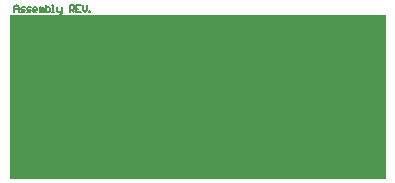
<source format=gbo>
G04*
G04 #@! TF.GenerationSoftware,Altium Limited,Altium Designer,23.2.1 (34)*
G04*
G04 Layer_Color=32896*
%FSLAX44Y44*%
%MOMM*%
G71*
G04*
G04 #@! TF.SameCoordinates,6C2AB55D-B72B-4B93-AE35-0C838568E6CE*
G04*
G04*
G04 #@! TF.FilePolarity,Positive*
G04*
G01*
G75*
%ADD16C,0.1270*%
%ADD137R,31.8713X13.8624*%
D16*
X143052Y576904D02*
Y580459D01*
X144830Y582236D01*
X146607Y580459D01*
Y576904D01*
Y579570D01*
X143052D01*
X148385Y576904D02*
X151051D01*
X151939Y577793D01*
X151051Y578681D01*
X149273D01*
X148385Y579570D01*
X149273Y580459D01*
X151939D01*
X153717Y576904D02*
X156383D01*
X157272Y577793D01*
X156383Y578681D01*
X154606D01*
X153717Y579570D01*
X154606Y580459D01*
X157272D01*
X161715Y576904D02*
X159938D01*
X159049Y577793D01*
Y579570D01*
X159938Y580459D01*
X161715D01*
X162604Y579570D01*
Y578681D01*
X159049D01*
X164381Y576904D02*
Y580459D01*
X165270D01*
X166159Y579570D01*
Y576904D01*
Y579570D01*
X167048Y580459D01*
X167936Y579570D01*
Y576904D01*
X169714Y582236D02*
Y576904D01*
X172380D01*
X173269Y577793D01*
Y578681D01*
Y579570D01*
X172380Y580459D01*
X169714D01*
X175046Y576904D02*
X176823D01*
X175935D01*
Y582236D01*
X175046D01*
X179489Y580459D02*
Y577793D01*
X180378Y576904D01*
X183044D01*
Y576015D01*
X182156Y575127D01*
X181267D01*
X183044Y576904D02*
Y580459D01*
X190154Y576904D02*
Y582236D01*
X192820D01*
X193709Y581348D01*
Y579570D01*
X192820Y578681D01*
X190154D01*
X191931D02*
X193709Y576904D01*
X199041Y582236D02*
X195486D01*
Y576904D01*
X199041D01*
X195486Y579570D02*
X197264D01*
X200819Y582236D02*
Y578681D01*
X202596Y576904D01*
X204373Y578681D01*
Y582236D01*
X206151Y576904D02*
Y577793D01*
X207040D01*
Y576904D01*
X206151D01*
D137*
X298192Y504833D02*
D03*
M02*

</source>
